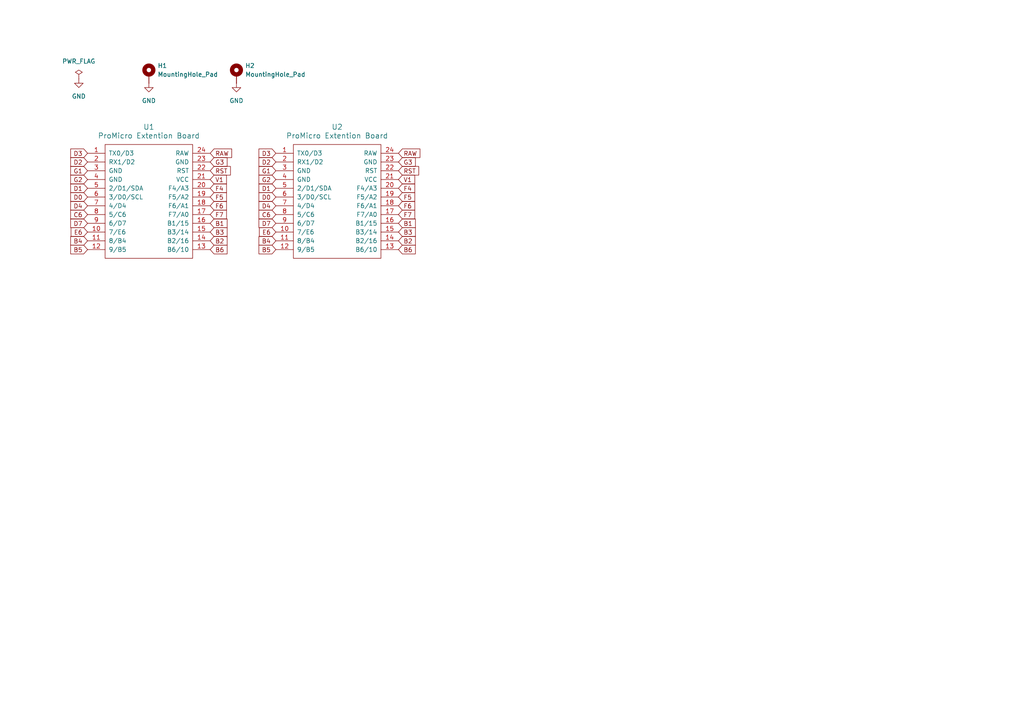
<source format=kicad_sch>
(kicad_sch (version 20231120) (generator "eeschema") (generator_version "8.0")
  (paper "A4")
  (title_block (title "REVIUNG46 Top Plate") (date "2024-07-12") (rev "ver 1.0"))
  (lib_symbols
    (symbol "Mechanical:MountingHole_Pad" (pin_numbers hide) (pin_names (offset 1.016) hide) (exclude_from_sim yes) (in_bom no)
      (property "Reference" "H" (at 0 6.35 0))
      (property "Value" "MountingHole_Pad" (at 0 4.445 0))
      (symbol "MountingHole_Pad_0_1"
        (circle (center 0 1.27) (radius 1.27) (stroke (width 1.27)))
      )
      (symbol "MountingHole_Pad_1_1"
        (pin input line (at 0 -2.54 90) (length 2.54) (name "1") (number "1"))
      )
    )
    (symbol "_reviung-kbd2:ProMicro_ExtentionBoard" (pin_names (offset 1.016))
      (property "Reference" "U" (at 0 24.13 0))
      (property "Value" "ProMicro Extention Board" (at 0 -13.97 0))
      (symbol "ProMicro_ExtentionBoard_0_1"
        (rectangle (start -12.7 21.59) (end 12.7 -11.43))
      )
      (symbol "ProMicro_ExtentionBoard_1_1"
        (pin bidirectional line (at -17.78 19.05 0) (length 5.08) (name "TX0/D3") (number "1"))
        (pin bidirectional line (at -17.78 -3.81 0) (length 5.08) (name "7/E6") (number "10"))
        (pin bidirectional line (at -17.78 -6.35 0) (length 5.08) (name "8/B4") (number "11"))
        (pin bidirectional line (at -17.78 -8.89 0) (length 5.08) (name "9/B5") (number "12"))
        (pin bidirectional line (at 17.78 -8.89 180) (length 5.08) (name "B6/10") (number "13"))
        (pin bidirectional line (at 17.78 -6.35 180) (length 5.08) (name "B2/16") (number "14"))
        (pin bidirectional line (at 17.78 -3.81 180) (length 5.08) (name "B3/14") (number "15"))
        (pin bidirectional line (at 17.78 -1.27 180) (length 5.08) (name "B1/15") (number "16"))
        (pin bidirectional line (at 17.78 1.27 180) (length 5.08) (name "F7/A0") (number "17"))
        (pin bidirectional line (at 17.78 3.81 180) (length 5.08) (name "F6/A1") (number "18"))
        (pin bidirectional line (at 17.78 6.35 180) (length 5.08) (name "F5/A2") (number "19"))
        (pin bidirectional line (at -17.78 16.51 0) (length 5.08) (name "RX1/D2") (number "2"))
        (pin bidirectional line (at 17.78 8.89 180) (length 5.08) (name "F4/A3") (number "20"))
        (pin bidirectional line (at 17.78 11.43 180) (length 5.08) (name "VCC") (number "21"))
        (pin bidirectional line (at 17.78 13.97 180) (length 5.08) (name "RST") (number "22"))
        (pin bidirectional line (at 17.78 16.51 180) (length 5.08) (name "GND") (number "23"))
        (pin bidirectional line (at 17.78 19.05 180) (length 5.08) (name "RAW") (number "24"))
        (pin bidirectional line (at -17.78 13.97 0) (length 5.08) (name "GND") (number "3"))
        (pin bidirectional line (at -17.78 11.43 0) (length 5.08) (name "GND") (number "4"))
        (pin bidirectional line (at -17.78 8.89 0) (length 5.08) (name "2/D1/SDA") (number "5"))
        (pin bidirectional line (at -17.78 6.35 0) (length 5.08) (name "3/D0/SCL") (number "6"))
        (pin bidirectional line (at -17.78 3.81 0) (length 5.08) (name "4/D4") (number "7"))
        (pin bidirectional line (at -17.78 1.27 0) (length 5.08) (name "5/C6") (number "8"))
        (pin bidirectional line (at -17.78 -1.27 0) (length 5.08) (name "6/D7") (number "9"))
      )
    )
    (symbol "power:GND" (power) (pin_numbers hide) (pin_names (offset 0) hide)
      (property "Value" "GND" (at 0 -3.81 0))
      (symbol "GND_0_1"
        (polyline (pts (xy 0 0) (xy 0 -1.27) (xy 1.27 -1.27) (xy 0 -2.54) (xy -1.27 -1.27) (xy 0 -1.27)))
      )
      (symbol "GND_1_1"
        (pin power_in line (at 0 0 270) (length 0) (name "~") (number "1"))
      )
    )
    (symbol "power:PWR_FLAG" (power) (pin_numbers hide) (pin_names (offset 0) hide)
      (property "Value" "PWR_FLAG" (at 0 3.81 0))
      (symbol "PWR_FLAG_0_0"
        (pin power_out line (at 0 0 90) (length 0) (name "~") (number "1"))
      )
      (symbol "PWR_FLAG_0_1"
        (polyline (pts (xy 0 0) (xy 0 1.27) (xy -1.016 1.905) (xy 0 2.54) (xy 1.016 1.905) (xy 0 1.27)))
      )
    )
  )
  (global_label "G1" (shape input) (at 80.01 49.53 180) (property "Intersheetrefs" "${INTERSHEET_REFS}" (effects (hide yes))))
  (global_label "F7" (shape input) (at 60.96 62.23 0) (property "Intersheetrefs" "${INTERSHEET_REFS}" (effects (hide yes))))
  (global_label "F5" (shape input) (at 60.96 57.15 0) (property "Intersheetrefs" "${INTERSHEET_REFS}" (effects (hide yes))))
  (global_label "B4" (shape input) (at 25.4 69.85 180) (property "Intersheetrefs" "${INTERSHEET_REFS}" (effects (hide yes))))
  (global_label "E6" (shape input) (at 25.4 67.31 180) (property "Intersheetrefs" "${INTERSHEET_REFS}" (effects (hide yes))))
  (global_label "D7" (shape input) (at 25.4 64.77 180) (property "Intersheetrefs" "${INTERSHEET_REFS}" (effects (hide yes))))
  (global_label "G3" (shape input) (at 115.57 46.99 0) (property "Intersheetrefs" "${INTERSHEET_REFS}" (effects (hide yes))))
  (global_label "B5" (shape input) (at 80.01 72.39 180) (property "Intersheetrefs" "${INTERSHEET_REFS}" (effects (hide yes))))
  (global_label "B3" (shape input) (at 60.96 67.31 0) (property "Intersheetrefs" "${INTERSHEET_REFS}" (effects (hide yes))))
  (global_label "D7" (shape input) (at 80.01 64.77 180) (property "Intersheetrefs" "${INTERSHEET_REFS}" (effects (hide yes))))
  (global_label "D1" (shape input) (at 80.01 54.61 180) (property "Intersheetrefs" "${INTERSHEET_REFS}" (effects (hide yes))))
  (global_label "D2" (shape input) (at 80.01 46.99 180) (property "Intersheetrefs" "${INTERSHEET_REFS}" (effects (hide yes))))
  (global_label "F6" (shape input) (at 115.57 59.69 0) (property "Intersheetrefs" "${INTERSHEET_REFS}" (effects (hide yes))))
  (global_label "B2" (shape input) (at 115.57 69.85 0) (property "Intersheetrefs" "${INTERSHEET_REFS}" (effects (hide yes))))
  (global_label "B1" (shape input) (at 60.96 64.77 0) (property "Intersheetrefs" "${INTERSHEET_REFS}" (effects (hide yes))))
  (global_label "F4" (shape input) (at 60.96 54.61 0) (property "Intersheetrefs" "${INTERSHEET_REFS}" (effects (hide yes))))
  (global_label "D4" (shape input) (at 80.01 59.69 180) (property "Intersheetrefs" "${INTERSHEET_REFS}" (effects (hide yes))))
  (global_label "B3" (shape input) (at 115.57 67.31 0) (property "Intersheetrefs" "${INTERSHEET_REFS}" (effects (hide yes))))
  (global_label "F7" (shape input) (at 115.57 62.23 0) (property "Intersheetrefs" "${INTERSHEET_REFS}" (effects (hide yes))))
  (global_label "C6" (shape input) (at 80.01 62.23 180) (property "Intersheetrefs" "${INTERSHEET_REFS}" (effects (hide yes))))
  (global_label "G2" (shape input) (at 25.4 52.07 180) (property "Intersheetrefs" "${INTERSHEET_REFS}" (effects (hide yes))))
  (global_label "F5" (shape input) (at 115.57 57.15 0) (property "Intersheetrefs" "${INTERSHEET_REFS}" (effects (hide yes))))
  (global_label "V1" (shape input) (at 60.96 52.07 0) (property "Intersheetrefs" "${INTERSHEET_REFS}" (effects (hide yes))))
  (global_label "G2" (shape input) (at 80.01 52.07 180) (property "Intersheetrefs" "${INTERSHEET_REFS}" (effects (hide yes))))
  (global_label "F6" (shape input) (at 60.96 59.69 0) (property "Intersheetrefs" "${INTERSHEET_REFS}" (effects (hide yes))))
  (global_label "G1" (shape input) (at 25.4 49.53 180) (property "Intersheetrefs" "${INTERSHEET_REFS}" (effects (hide yes))))
  (global_label "D2" (shape input) (at 25.4 46.99 180) (property "Intersheetrefs" "${INTERSHEET_REFS}" (effects (hide yes))))
  (global_label "D1" (shape input) (at 25.4 54.61 180) (property "Intersheetrefs" "${INTERSHEET_REFS}" (effects (hide yes))))
  (global_label "B1" (shape input) (at 115.57 64.77 0) (property "Intersheetrefs" "${INTERSHEET_REFS}" (effects (hide yes))))
  (global_label "E6" (shape input) (at 80.01 67.31 180) (property "Intersheetrefs" "${INTERSHEET_REFS}" (effects (hide yes))))
  (global_label "D3" (shape input) (at 80.01 44.45 180) (property "Intersheetrefs" "${INTERSHEET_REFS}" (effects (hide yes))))
  (global_label "B5" (shape input) (at 25.4 72.39 180) (property "Intersheetrefs" "${INTERSHEET_REFS}" (effects (hide yes))))
  (global_label "G3" (shape input) (at 60.96 46.99 0) (property "Intersheetrefs" "${INTERSHEET_REFS}" (effects (hide yes))))
  (global_label "D0" (shape input) (at 25.4 57.15 180) (property "Intersheetrefs" "${INTERSHEET_REFS}" (effects (hide yes))))
  (global_label "RST" (shape input) (at 115.57 49.53 0) (property "Intersheetrefs" "${INTERSHEET_REFS}" (effects (hide yes))))
  (global_label "D0" (shape input) (at 80.01 57.15 180) (property "Intersheetrefs" "${INTERSHEET_REFS}" (effects (hide yes))))
  (global_label "B6" (shape input) (at 115.57 72.39 0) (property "Intersheetrefs" "${INTERSHEET_REFS}" (effects (hide yes))))
  (global_label "B2" (shape input) (at 60.96 69.85 0) (property "Intersheetrefs" "${INTERSHEET_REFS}" (effects (hide yes))))
  (global_label "RST" (shape input) (at 60.96 49.53 0) (property "Intersheetrefs" "${INTERSHEET_REFS}" (effects (hide yes))))
  (global_label "B6" (shape input) (at 60.96 72.39 0) (property "Intersheetrefs" "${INTERSHEET_REFS}" (effects (hide yes))))
  (global_label "V1" (shape input) (at 115.57 52.07 0) (property "Intersheetrefs" "${INTERSHEET_REFS}" (effects (hide yes))))
  (global_label "F4" (shape input) (at 115.57 54.61 0) (property "Intersheetrefs" "${INTERSHEET_REFS}" (effects (hide yes))))
  (global_label "C6" (shape input) (at 25.4 62.23 180) (property "Intersheetrefs" "${INTERSHEET_REFS}" (effects (hide yes))))
  (global_label "D3" (shape input) (at 25.4 44.45 180) (property "Intersheetrefs" "${INTERSHEET_REFS}" (effects (hide yes))))
  (global_label "RAW" (shape input) (at 60.96 44.45 0) (property "Intersheetrefs" "${INTERSHEET_REFS}" (effects (hide yes))))
  (global_label "D4" (shape input) (at 25.4 59.69 180) (property "Intersheetrefs" "${INTERSHEET_REFS}" (effects (hide yes))))
  (global_label "B4" (shape input) (at 80.01 69.85 180) (property "Intersheetrefs" "${INTERSHEET_REFS}" (effects (hide yes))))
  (global_label "RAW" (shape input) (at 115.57 44.45 0) (property "Intersheetrefs" "${INTERSHEET_REFS}" (effects (hide yes))))
  (symbol (lib_id "_reviung-kbd2:ProMicro_ExtentionBoard") (at 43.18 63.5 0) (unit 1)
    (property "Reference" "U1" (at 43.18 36.83 0) (effects (font (size 1.524 1.524))))
    (property "Value" "ProMicro Extention Board" (at 43.18 39.37 0) (effects (font (size 1.524 1.524))))
    (property "Footprint" "_reviung-kbd:ProMicro" (effects (hide yes)))
  )
  (symbol (lib_id "power:PWR_FLAG") (at 22.86 22.86 0) (unit 1)
    (property "Reference" "#FLG01" (effects (hide yes)))
    (property "Value" "PWR_FLAG" (at 22.86 17.78 0))
    (property "Description" "Special symbol for telling ERC where power comes from" (effects (hide yes)))
  )
  (symbol (lib_id "power:GND") (at 68.58 24.13 0) (unit 1)
    (property "Reference" "#PWR02" (effects (hide yes)))
    (property "Value" "GND" (at 68.58 29.21 0))
    (property "Description" "Power symbol creates a global label with name \"GND\" , ground" (effects (hide yes)))
  )
  (symbol (lib_id "Mechanical:MountingHole_Pad") (at 68.58 21.59 0) (unit 1) (exclude_from_sim yes) (in_bom no)
    (property "Reference" "H2" (at 71.12 19.0499 0) (effects (justify left)))
    (property "Value" "MountingHole_Pad" (at 71.12 21.5899 0) (effects (justify left)))
    (property "Footprint" "_reviung-kbd:Hole_3mm_0.82mm_Pad" (effects (hide yes)))
    (property "Description" "Mounting Hole with connection" (effects (hide yes)))
  )
  (symbol (lib_id "_reviung-kbd2:ProMicro_ExtentionBoard") (at 97.79 63.5 0) (unit 1)
    (property "Reference" "U2" (at 97.79 36.83 0) (effects (font (size 1.524 1.524))))
    (property "Value" "ProMicro Extention Board" (at 97.79 39.37 0) (effects (font (size 1.524 1.524))))
    (property "Footprint" "_reviung-kbd:ProMicroExtentionBard" (effects (hide yes)))
  )
  (symbol (lib_id "power:GND") (at 43.18 24.13 0) (unit 1)
    (property "Reference" "#PWR03" (effects (hide yes)))
    (property "Value" "GND" (at 43.18 29.21 0))
    (property "Description" "Power symbol creates a global label with name \"GND\" , ground" (effects (hide yes)))
  )
  (symbol (lib_id "power:GND") (at 22.86 22.86 0) (unit 1)
    (property "Reference" "#PWR01" (effects (hide yes)))
    (property "Value" "GND" (at 22.86 27.94 0))
    (property "Description" "Power symbol creates a global label with name \"GND\" , ground" (effects (hide yes)))
  )
  (symbol (lib_id "Mechanical:MountingHole_Pad") (at 43.18 21.59 0) (unit 1) (exclude_from_sim yes) (in_bom no)
    (property "Reference" "H1" (at 45.72 19.0499 0) (effects (justify left)))
    (property "Value" "MountingHole_Pad" (at 45.72 21.5899 0) (effects (justify left)))
    (property "Footprint" "MountingHole:MountingHole_2.2mm_M2_ISO14580_Pad" (effects (hide yes)))
    (property "Description" "Mounting Hole with connection" (effects (hide yes)))
  )
)
</source>
